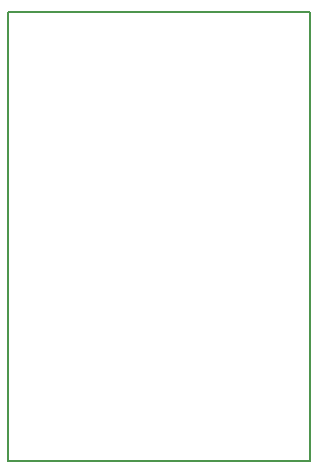
<source format=gko>
%FSLAX24Y24*%
%MOIN*%
%SFA1B1*%

%IPPOS*%
%ADD27C,0.005900*%
%LNpcb1-1*%
%LPD*%
G54D27*
X0Y0D02*
Y14961D01*
Y0D02*
X10039D01*
Y14950*
X0Y14961D02*
X10039D01*
M02*
</source>
